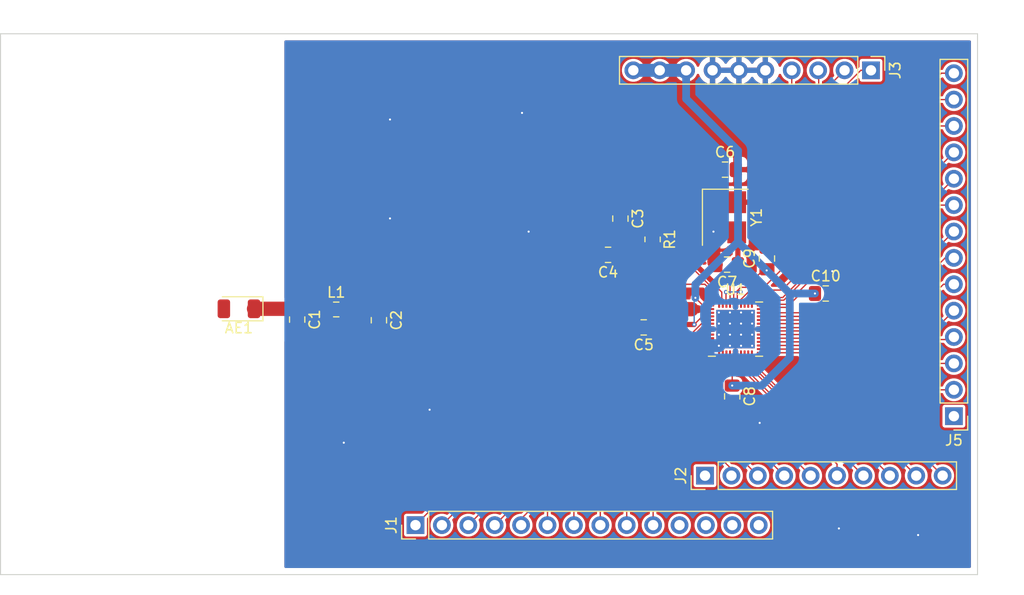
<source format=kicad_pcb>
(kicad_pcb (version 20211014) (generator pcbnew)
  (layers (0 "F.Cu" signal) (31 "B.Cu" signal) (34 "B.Paste" user) (35 "F.Paste" user) (36 "B.SilkS" user "B.Silkscreen") (37 "F.SilkS" user "F.Silkscreen") (38 "B.Mask" user) (39 "F.Mask" user) (44 "Edge.Cuts" user))
  (net 0 "")
  (net 2 "Net-(AE1-Pad1)")
  (net 3 "GND")
  (net 4 "+3V3")
  (net 5 "Net-(C7-Pad1)")
  (net 6 "Net-(C2-Pad1)")
  (net 7 "Net-(C3-Pad2)")
  (net 8 "Net-(C3-Pad1)")
  (net 9 "Net-(C6-Pad1)")
  (net 14 "Net-(J1-Pad10)")
  (net 15 "Net-(J1-Pad9)")
  (net 16 "Net-(J1-Pad8)")
  (net 17 "Net-(J1-Pad7)")
  (net 18 "Net-(J1-Pad6)")
  (net 19 "Net-(J1-Pad5)")
  (net 20 "Net-(J1-Pad4)")
  (net 21 "Net-(J1-Pad3)")
  (net 22 "Net-(J1-Pad2)")
  (net 23 "Net-(J1-Pad1)")
  (net 25 "Net-(U1-Pad23)")
  (net 26 "Net-(J2-Pad8)")
  (net 27 "Net-(J2-Pad7)")
  (net 28 "Net-(J2-Pad6)")
  (net 29 "Net-(J2-Pad5)")
  (net 30 "Net-(J2-Pad4)")
  (net 31 "Net-(J2-Pad3)")
  (net 32 "Net-(J2-Pad2)")
  (net 33 "Net-(U1-Pad24)")
  (net 34 "Net-(J3-Pad4)")
  (net 35 "Net-(J3-Pad3)")
  (net 36 "Net-(J3-Pad2)")
  (net 37 "Net-(J3-Pad1)")
  (net 38 "Net-(J5-Pad14)")
  (net 39 "Net-(J5-Pad13)")
  (net 40 "Net-(J5-Pad12)")
  (net 41 "Net-(J5-Pad11)")
  (net 42 "Net-(J5-Pad10)")
  (net 43 "Net-(J5-Pad9)")
  (net 44 "Net-(J5-Pad8)")
  (net 45 "Net-(J5-Pad7)")
  (net 46 "Net-(J5-Pad6)")
  (net 47 "Net-(J5-Pad5)")
  (net 48 "Net-(J5-Pad4)")
  (net 49 "Net-(J5-Pad3)")
  (net 50 "Net-(J5-Pad2)")
  (footprint "RF_Antenna:Johanson_2450AT18x100" (layer "F.Cu") (at 123.264 91.2495 180)
    (fp_text reference "AE1" (at 0 -1.85) (layer "F.SilkS"))
    (fp_text value "Antenna_Chip")
    (pad "1" smd roundrect locked (at -1.45 0 180) (size 1.2 1.8) (layers "F.Cu" "F.Paste" "F.Mask") (roundrect_rratio 0.2083325) (net 2 "Net-(AE1-Pad1)"))
    (pad "2" smd roundrect locked (at 1.45 0 180) (size 1.2 1.8) (layers "F.Cu" "F.Paste" "F.Mask") (roundrect_rratio 0.2083325))
  )
  (footprint "Capacitor_SMD:C_0805_2012Metric_Pad1.18x1.45mm_HandSolder" (layer "F.Cu") (at 128.8669 92.287 -90)
    (fp_text reference "C1" (at 0 -1.68 90) (layer "F.SilkS"))
    (fp_text value "3.797pF")
    (pad "1" smd roundrect locked (at -1.0375 0 270) (size 1.175 1.45) (layers "F.Cu" "F.Paste" "F.Mask") (roundrect_rratio 0.2127659574) (net 2 "Net-(AE1-Pad1)"))
    (pad "2" smd roundrect locked (at 1.0375 0 270) (size 1.175 1.45) (layers "F.Cu" "F.Paste" "F.Mask") (roundrect_rratio 0.2127659574) (net 3 "GND"))
  )
  (footprint "Capacitor_SMD:C_0805_2012Metric_Pad1.18x1.45mm_HandSolder" (layer "F.Cu") (at 136.7282 92.3505 -90)
    (fp_text reference "C2" (at 0 -1.68 90) (layer "F.SilkS"))
    (fp_text value "4.64pF")
    (pad "1" smd roundrect locked (at -1.0375 0 270) (size 1.175 1.45) (layers "F.Cu" "F.Paste" "F.Mask") (roundrect_rratio 0.2127659574) (net 6 "Net-(C2-Pad1)"))
    (pad "2" smd roundrect locked (at 1.0375 0 270) (size 1.175 1.45) (layers "F.Cu" "F.Paste" "F.Mask") (roundrect_rratio 0.2127659574) (net 3 "GND"))
  )
  (footprint "Capacitor_SMD:C_0805_2012Metric_Pad1.18x1.45mm_HandSolder" (layer "F.Cu") (at 159.9565 82.5666 -90)
    (fp_text reference "C3" (at 0 -1.68 90) (layer "F.SilkS"))
    (fp_text value "3.3nF")
    (pad "1" smd roundrect locked (at -1.0375 0 270) (size 1.175 1.45) (layers "F.Cu" "F.Paste" "F.Mask") (roundrect_rratio 0.2127659574) (net 8 "Net-(C3-Pad1)"))
    (pad "2" smd roundrect locked (at 1.0375 0 270) (size 1.175 1.45) (layers "F.Cu" "F.Paste" "F.Mask") (roundrect_rratio 0.2127659574) (net 7 "Net-(C3-Pad2)"))
  )
  (footprint "Capacitor_SMD:C_0805_2012Metric_Pad1.18x1.45mm_HandSolder" (layer "F.Cu") (at 158.7715 86.0552 180)
    (fp_text reference "C4" (at 0 -1.68) (layer "F.SilkS"))
    (fp_text value "10nF")
    (pad "1" smd roundrect locked (at -1.0375 0 180) (size 1.175 1.45) (layers "F.Cu" "F.Paste" "F.Mask") (roundrect_rratio 0.2127659574) (net 7 "Net-(C3-Pad2)"))
    (pad "2" smd roundrect locked (at 1.0375 0 180) (size 1.175 1.45) (layers "F.Cu" "F.Paste" "F.Mask") (roundrect_rratio 0.2127659574) (net 3 "GND"))
  )
  (footprint "Capacitor_SMD:C_0805_2012Metric_Pad1.18x1.45mm_HandSolder" (layer "F.Cu") (at 162.2005 93.0402 180)
    (fp_text reference "C5" (at 0 -1.68) (layer "F.SilkS"))
    (fp_text value "100nF")
    (pad "1" smd roundrect locked (at -1.0375 0 180) (size 1.175 1.45) (layers "F.Cu" "F.Paste" "F.Mask") (roundrect_rratio 0.2127659574) (net 4 "+3V3"))
    (pad "2" smd roundrect locked (at 1.0375 0 180) (size 1.175 1.45) (layers "F.Cu" "F.Paste" "F.Mask") (roundrect_rratio 0.2127659574) (net 3 "GND"))
  )
  (footprint "Capacitor_SMD:C_0805_2012Metric_Pad1.18x1.45mm_HandSolder" (layer "F.Cu") (at 170.0237 77.851)
    (fp_text reference "C6" (at 0 -1.68) (layer "F.SilkS"))
    (fp_text value "10pF")
    (pad "1" smd roundrect locked (at -1.0375 0) (size 1.175 1.45) (layers "F.Cu" "F.Paste" "F.Mask") (roundrect_rratio 0.2127659574) (net 9 "Net-(C6-Pad1)"))
    (pad "2" smd roundrect locked (at 1.0375 0) (size 1.175 1.45) (layers "F.Cu" "F.Paste" "F.Mask") (roundrect_rratio 0.2127659574) (net 3 "GND"))
  )
  (footprint "Capacitor_SMD:C_0805_2012Metric_Pad1.18x1.45mm_HandSolder" (layer "F.Cu") (at 170.222 86.995 180)
    (fp_text reference "C7" (at 0 -1.68) (layer "F.SilkS"))
    (fp_text value "10pF")
    (pad "1" smd roundrect locked (at -1.0375 0 180) (size 1.175 1.45) (layers "F.Cu" "F.Paste" "F.Mask") (roundrect_rratio 0.2127659574) (net 5 "Net-(C7-Pad1)"))
    (pad "2" smd roundrect locked (at 1.0375 0 180) (size 1.175 1.45) (layers "F.Cu" "F.Paste" "F.Mask") (roundrect_rratio 0.2127659574) (net 3 "GND"))
  )
  (footprint "Capacitor_SMD:C_0805_2012Metric_Pad1.18x1.45mm_HandSolder" (layer "F.Cu") (at 170.7134 99.6784 -90)
    (fp_text reference "C8" (at 0 -1.68 90) (layer "F.SilkS"))
    (fp_text value "100nF")
    (pad "1" smd roundrect locked (at -1.0375 0 270) (size 1.175 1.45) (layers "F.Cu" "F.Paste" "F.Mask") (roundrect_rratio 0.2127659574) (net 4 "+3V3"))
    (pad "2" smd roundrect locked (at 1.0375 0 270) (size 1.175 1.45) (layers "F.Cu" "F.Paste" "F.Mask") (roundrect_rratio 0.2127659574) (net 3 "GND"))
  )
  (footprint "Capacitor_SMD:C_0805_2012Metric_Pad1.18x1.45mm_HandSolder" (layer "F.Cu") (at 174.0535 86.4069 90)
    (fp_text reference "C9" (at 0 -1.68 90) (layer "F.SilkS"))
    (fp_text value "100nF")
    (pad "1" smd roundrect locked (at -1.0375 0 90) (size 1.175 1.45) (layers "F.Cu" "F.Paste" "F.Mask") (roundrect_rratio 0.2127659574) (net 4 "+3V3"))
    (pad "2" smd roundrect locked (at 1.0375 0 90) (size 1.175 1.45) (layers "F.Cu" "F.Paste" "F.Mask") (roundrect_rratio 0.2127659574) (net 3 "GND"))
  )
  (footprint "Capacitor_SMD:C_0805_2012Metric_Pad1.18x1.45mm_HandSolder" (layer "F.Cu") (at 179.7089 89.7763)
    (fp_text reference "C10" (at 0 -1.68) (layer "F.SilkS"))
    (fp_text value "100nF")
    (pad "1" smd roundrect locked (at -1.0375 0) (size 1.175 1.45) (layers "F.Cu" "F.Paste" "F.Mask") (roundrect_rratio 0.2127659574) (net 4 "+3V3"))
    (pad "2" smd roundrect locked (at 1.0375 0) (size 1.175 1.45) (layers "F.Cu" "F.Paste" "F.Mask") (roundrect_rratio 0.2127659574) (net 3 "GND"))
  )
  (footprint "Inductor_SMD:L_0805_2012Metric_Pad1.15x1.40mm_HandSolder" (layer "F.Cu") (at 132.6224 91.313)
    (fp_text reference "L1" (at 0 -1.65) (layer "F.SilkS"))
    (fp_text value "1.807nH")
    (pad "1" smd roundrect locked (at -1.025 0) (size 1.15 1.4) (layers "F.Cu" "F.Paste" "F.Mask") (roundrect_rratio 0.2173904348) (net 2 "Net-(AE1-Pad1)"))
    (pad "2" smd roundrect locked (at 1.025 0) (size 1.15 1.4) (layers "F.Cu" "F.Paste" "F.Mask") (roundrect_rratio 0.2173904348) (net 6 "Net-(C2-Pad1)"))
  )
  (footprint "Resistor_SMD:R_0805_2012Metric_Pad1.20x1.40mm_HandSolder" (layer "F.Cu") (at 163.0553 84.566 -90)
    (fp_text reference "R1" (at 0 -1.65 90) (layer "F.SilkS"))
    (fp_text value "20k")
    (pad "1" smd roundrect locked (at -1 0 270) (size 1.2 1.4) (layers "F.Cu" "F.Paste" "F.Mask") (roundrect_rratio 0.2083325) (net 8 "Net-(C3-Pad1)"))
    (pad "2" smd roundrect locked (at 1 0 270) (size 1.2 1.4) (layers "F.Cu" "F.Paste" "F.Mask") (roundrect_rratio 0.2083325) (net 7 "Net-(C3-Pad2)"))
  )
  (footprint "Package_DFN_QFN:QFN-48-1EP_5x5mm_P0.35mm_EP3.7x3.7mm_ThermalVias" (layer "F.Cu") (at 171.0309 93.2053)
    (fp_text reference "U1" (at 0 -3.8) (layer "F.SilkS"))
    (fp_text value "ESP32-D-WD-V3")
    (pad "1" smd roundrect locked (at -2.45 -2.275) (size 0.8 0.2) (layers "F.Cu" "F.Paste" "F.Mask") (net 4 "+3V3"))
    (pad "2" smd roundrect locked (at -2.45 -1.925) (size 0.8 0.2) (layers "F.Cu" "F.Paste" "F.Mask") (net 6 "Net-(C2-Pad1)"))
    (pad "3" smd roundrect locked (at -2.45 -1.575) (size 0.8 0.2) (layers "F.Cu" "F.Paste" "F.Mask") (net 4 "+3V3"))
    (pad "4" smd roundrect locked (at -2.45 -1.225) (size 0.8 0.2) (layers "F.Cu" "F.Paste" "F.Mask") (net 4 "+3V3"))
    (pad "5" smd roundrect locked (at -2.45 -0.875) (size 0.8 0.2) (layers "F.Cu" "F.Paste" "F.Mask") (net 23 "Net-(J1-Pad1)"))
    (pad "6" smd roundrect locked (at -2.45 -0.525) (size 0.8 0.2) (layers "F.Cu" "F.Paste" "F.Mask") (net 22 "Net-(J1-Pad2)"))
    (pad "7" smd roundrect locked (at -2.45 -0.175) (size 0.8 0.2) (layers "F.Cu" "F.Paste" "F.Mask") (net 21 "Net-(J1-Pad3)"))
    (pad "8" smd roundrect locked (at -2.45 0.175) (size 0.8 0.2) (layers "F.Cu" "F.Paste" "F.Mask") (net 20 "Net-(J1-Pad4)"))
    (pad "9" smd roundrect locked (at -2.45 0.525) (size 0.8 0.2) (layers "F.Cu" "F.Paste" "F.Mask") (net 19 "Net-(J1-Pad5)"))
    (pad "10" smd roundrect locked (at -2.45 0.875) (size 0.8 0.2) (layers "F.Cu" "F.Paste" "F.Mask") (net 18 "Net-(J1-Pad6)"))
    (pad "11" smd roundrect locked (at -2.45 1.225) (size 0.8 0.2) (layers "F.Cu" "F.Paste" "F.Mask") (net 17 "Net-(J1-Pad7)"))
    (pad "12" smd roundrect locked (at -2.45 1.575) (size 0.8 0.2) (layers "F.Cu" "F.Paste" "F.Mask") (net 16 "Net-(J1-Pad8)"))
    (pad "13" smd roundrect locked (at -2.45 1.925) (size 0.8 0.2) (layers "F.Cu" "F.Paste" "F.Mask") (net 15 "Net-(J1-Pad9)"))
    (pad "14" smd roundrect locked (at -2.45 2.275) (size 0.8 0.2) (layers "F.Cu" "F.Paste" "F.Mask") (net 14 "Net-(J1-Pad10)"))
    (pad "15" smd roundrect locked (at -1.575 2.45) (size 0.2 0.8) (layers "F.Cu" "F.Paste" "F.Mask") (net 32 "Net-(J2-Pad2)"))
    (pad "16" smd roundrect locked (at -1.225 2.45) (size 0.2 0.8) (layers "F.Cu" "F.Paste" "F.Mask") (net 31 "Net-(J2-Pad3)"))
    (pad "17" smd roundrect locked (at -0.875 2.45) (size 0.2 0.8) (layers "F.Cu" "F.Paste" "F.Mask") (net 30 "Net-(J2-Pad4)"))
    (pad "18" smd roundrect locked (at -0.525 2.45) (size 0.2 0.8) (layers "F.Cu" "F.Paste" "F.Mask") (net 29 "Net-(J2-Pad5)"))
    (pad "19" smd roundrect locked (at -0.175 2.45) (size 0.2 0.8) (layers "F.Cu" "F.Paste" "F.Mask") (net 4 "+3V3"))
    (pad "20" smd roundrect locked (at 0.175 2.45) (size 0.2 0.8) (layers "F.Cu" "F.Paste" "F.Mask") (net 28 "Net-(J2-Pad6)"))
    (pad "21" smd roundrect locked (at 0.525 2.45) (size 0.2 0.8) (layers "F.Cu" "F.Paste" "F.Mask") (net 27 "Net-(J2-Pad7)"))
    (pad "22" smd roundrect locked (at 0.875 2.45) (size 0.2 0.8) (layers "F.Cu" "F.Paste" "F.Mask") (net 26 "Net-(J2-Pad8)"))
    (pad "23" smd roundrect locked (at 1.225 2.45) (size 0.2 0.8) (layers "F.Cu" "F.Paste" "F.Mask") (net 25 "Net-(U1-Pad23)"))
    (pad "24" smd roundrect locked (at 1.575 2.45) (size 0.2 0.8) (layers "F.Cu" "F.Paste" "F.Mask") (net 33 "Net-(U1-Pad24)"))
    (pad "25" smd roundrect locked (at 2.45 2.275) (size 0.8 0.2) (layers "F.Cu" "F.Paste" "F.Mask") (net 50 "Net-(J5-Pad2)"))
    (pad "26" smd roundrect locked (at 2.45 1.925) (size 0.8 0.2) (layers "F.Cu" "F.Paste" "F.Mask") (net 49 "Net-(J5-Pad3)"))
    (pad "27" smd roundrect locked (at 2.45 1.575) (size 0.8 0.2) (layers "F.Cu" "F.Paste" "F.Mask") (net 48 "Net-(J5-Pad4)"))
    (pad "28" smd roundrect locked (at 2.45 1.225) (size 0.8 0.2) (layers "F.Cu" "F.Paste" "F.Mask") (net 47 "Net-(J5-Pad5)"))
    (pad "29" smd roundrect locked (at 2.45 0.875) (size 0.8 0.2) (layers "F.Cu" "F.Paste" "F.Mask") (net 46 "Net-(J5-Pad6)"))
    (pad "30" smd roundrect locked (at 2.45 0.525) (size 0.8 0.2) (layers "F.Cu" "F.Paste" "F.Mask") (net 45 "Net-(J5-Pad7)"))
    (pad "31" smd roundrect locked (at 2.45 0.175) (size 0.8 0.2) (layers "F.Cu" "F.Paste" "F.Mask") (net 44 "Net-(J5-Pad8)"))
    (pad "32" smd roundrect locked (at 2.45 -0.175) (size 0.8 0.2) (layers "F.Cu" "F.Paste" "F.Mask") (net 43 "Net-(J5-Pad9)"))
    (pad "33" smd roundrect locked (at 2.45 -0.525) (size 0.8 0.2) (layers "F.Cu" "F.Paste" "F.Mask") (net 42 "Net-(J5-Pad10)"))
    (pad "34" smd roundrect locked (at 2.45 -0.875) (size 0.8 0.2) (layers "F.Cu" "F.Paste" "F.Mask") (net 41 "Net-(J5-Pad11)"))
    (pad "35" smd roundrect locked (at 2.45 -1.225) (size 0.8 0.2) (layers "F.Cu" "F.Paste" "F.Mask") (net 40 "Net-(J5-Pad12)"))
    (pad "36" smd roundrect locked (at 2.45 -1.575) (size 0.8 0.2) (layers "F.Cu" "F.Paste" "F.Mask") (net 39 "Net-(J5-Pad13)"))
    (pad "37" smd roundrect locked (at 2.45 -1.925) (size 0.8 0.2) (layers "F.Cu" "F.Paste" "F.Mask") (net 4 "+3V3"))
    (pad "38" smd roundrect locked (at 2.45 -2.275) (size 0.8 0.2) (layers "F.Cu" "F.Paste" "F.Mask") (net 38 "Net-(J5-Pad14)"))
    (pad "39" smd roundrect locked (at 1.575 -2.45) (size 0.2 0.8) (layers "F.Cu" "F.Paste" "F.Mask") (net 37 "Net-(J3-Pad1)"))
    (pad "40" smd roundrect locked (at 1.225 -2.45) (size 0.2 0.8) (layers "F.Cu" "F.Paste" "F.Mask") (net 36 "Net-(J3-Pad2)"))
    (pad "41" smd roundrect locked (at 0.875 -2.45) (size 0.2 0.8) (layers "F.Cu" "F.Paste" "F.Mask") (net 35 "Net-(J3-Pad3)"))
    (pad "42" smd roundrect locked (at 0.525 -2.45) (size 0.2 0.8) (layers "F.Cu" "F.Paste" "F.Mask") (net 34 "Net-(J3-Pad4)"))
    (pad "43" smd roundrect locked (at 0.175 -2.45) (size 0.2 0.8) (layers "F.Cu" "F.Paste" "F.Mask") (net 4 "+3V3"))
    (pad "44" smd roundrect locked (at -0.175 -2.45) (size 0.2 0.8) (layers "F.Cu" "F.Paste" "F.Mask") (net 5 "Net-(C7-Pad1)"))
    (pad "45" smd roundrect locked (at -0.525 -2.45) (size 0.2 0.8) (layers "F.Cu" "F.Paste" "F.Mask") (net 9 "Net-(C6-Pad1)"))
    (pad "46" smd roundrect locked (at -0.875 -2.45) (size 0.2 0.8) (layers "F.Cu" "F.Paste" "F.Mask") (net 4 "+3V3"))
    (pad "47" smd roundrect locked (at -1.225 -2.45) (size 0.2 0.8) (layers "F.Cu" "F.Paste" "F.Mask") (net 8 "Net-(C3-Pad1)"))
    (pad "48" smd roundrect locked (at -1.575 -2.45) (size 0.2 0.8) (layers "F.Cu" "F.Paste" "F.Mask") (net 7 "Net-(C3-Pad2)"))
    (pad "49" thru_hole circle locked (at -1.6 0.533333) (size 0.5 0.5) (drill 0.2) (layers *.Cu) (net 3 "GND"))
    (pad "49" thru_hole circle locked (at -0.533333 0.533333) (size 0.5 0.5) (drill 0.2) (layers *.Cu) (net 3 "GND"))
    (pad "49" thru_hole circle locked (at -1.6 -0.533333) (size 0.5 0.5) (drill 0.2) (layers *.Cu) (net 3 "GND"))
    (pad "49" smd rect locked (at 0 0) (size 3.7 3.7) (layers "F.Cu" "F.Mask") (net 3 "GND"))
    (pad "49" thru_hole circle locked (at -0.533333 -0.533333) (size 0.5 0.5) (drill 0.2) (layers *.Cu) (net 3 "GND"))
    (pad "49" thru_hole circle locked (at -0.533333 -1.6) (size 0.5 0.5) (drill 0.2) (layers *.Cu) (net 3 "GND"))
    (pad "49" thru_hole circle locked (at -1.6 1.6) (size 0.5 0.5) (drill 0.2) (layers *.Cu) (net 3 "GND"))
    (pad "49" thru_hole circle locked (at 1.6 1.6) (size 0.5 0.5) (drill 0.2) (layers *.Cu) (net 3 "GND"))
    (pad "49" thru_hole circle locked (at 0.533333 -0.533333) (size 0.5 0.5) (drill 0.2) (layers *.Cu) (net 3 "GND"))
    (pad "49" thru_hole circle locked (at 1.6 0.533333) (size 0.5 0.5) (drill 0.2) (layers *.Cu) (net 3 "GND"))
    (pad "49" thru_hole circle locked (at 0.533333 0.533333) (size 0.5 0.5) (drill 0.2) (layers *.Cu) (net 3 "GND"))
    (pad "49" thru_hole circle locked (at 0.533333 -1.6) (size 0.5 0.5) (drill 0.2) (layers *.Cu) (net 3 "GND"))
    (pad "49" thru_hole circle locked (at -1.6 -1.6) (size 0.5 0.5) (drill 0.2) (layers *.Cu) (net 3 "GND"))
    (pad "49" thru_hole circle locked (at 1.6 -0.533333) (size 0.5 0.5) (drill 0.2) (layers *.Cu) (net 3 "GND"))
    (pad "49" thru_hole circle locked (at -0.533333 1.6) (size 0.5 0.5) (drill 0.2) (layers *.Cu) (net 3 "GND"))
    (pad "49" smd rect locked (at 0 0) (size 3.7 3.7) (layers "B.Cu") (net 3 "GND"))
    (pad "49" thru_hole circle locked (at 1.6 -1.6) (size 0.5 0.5) (drill 0.2) (layers *.Cu) (net 3 "GND"))
    (pad "49" thru_hole circle locked (at 0.533333 1.6) (size 0.5 0.5) (drill 0.2) (layers *.Cu) (net 3 "GND"))
  )
  (footprint "Crystal:Crystal_SMD_SeikoEpson_FA238-4Pin_3.2x2.5mm_HandSoldering" (layer "F.Cu") (at 170.0481 82.4379 -90)
    (fp_text reference "Y1" (at 0 -3 90) (layer "F.SilkS"))
    (fp_text value "Crystal_GND24")
    (pad "1" smd rect locked (at -1.45 1.1 270) (size 2.1 1.8) (layers "F.Cu" "F.Paste" "F.Mask") (net 9 "Net-(C6-Pad1)"))
    (pad "2" smd rect locked (at 1.45 1.1 270) (size 2.1 1.8) (layers "F.Cu" "F.Paste" "F.Mask") (net 3 "GND"))
    (pad "3" smd rect locked (at 1.45 -1.1 270) (size 2.1 1.8) (layers "F.Cu" "F.Paste" "F.Mask") (net 5 "Net-(C7-Pad1)"))
    (pad "4" smd rect locked (at -1.45 -1.1 270) (size 2.1 1.8) (layers "F.Cu" "F.Paste" "F.Mask") (net 3 "GND"))
  )
  (footprint "Connector_PinHeader_2.54mm:PinHeader_1x14_P2.54mm_Vertical" (layer "F.Cu") (at 140.2461 112.0775 90)
    (fp_text reference "J1" (at 0 -2.33 90) (layer "F.SilkS"))
    (fp_text value "Conn_01x14_Male")
    (pad "1" thru_hole rect locked (at 0 0 90) (size 1.7 1.7) (drill 1) (layers *.Cu *.Mask) (net 23 "Net-(J1-Pad1)"))
    (pad "2" thru_hole oval locked (at 0 2.54 90) (size 1.7 1.7) (drill 1) (layers *.Cu *.Mask) (net 22 "Net-(J1-Pad2)"))
    (pad "3" thru_hole oval locked (at 0 5.08 90) (size 1.7 1.7) (drill 1) (layers *.Cu *.Mask) (net 21 "Net-(J1-Pad3)"))
    (pad "4" thru_hole oval locked (at 0 7.62 90) (size 1.7 1.7) (drill 1) (layers *.Cu *.Mask) (net 20 "Net-(J1-Pad4)"))
    (pad "5" thru_hole oval locked (at 0 10.16 90) (size 1.7 1.7) (drill 1) (layers *.Cu *.Mask) (net 19 "Net-(J1-Pad5)"))
    (pad "6" thru_hole oval locked (at 0 12.7 90) (size 1.7 1.7) (drill 1) (layers *.Cu *.Mask) (net 18 "Net-(J1-Pad6)"))
    (pad "7" thru_hole oval locked (at 0 15.24 90) (size 1.7 1.7) (drill 1) (layers *.Cu *.Mask) (net 17 "Net-(J1-Pad7)"))
    (pad "8" thru_hole oval locked (at 0 17.78 90) (size 1.7 1.7) (drill 1) (layers *.Cu *.Mask) (net 16 "Net-(J1-Pad8)"))
    (pad "9" thru_hole oval locked (at 0 20.32 90) (size 1.7 1.7) (drill 1) (layers *.Cu *.Mask) (net 15 "Net-(J1-Pad9)"))
    (pad "10" thru_hole oval locked (at 0 22.86 90) (size 1.7 1.7) (drill 1) (layers *.Cu *.Mask) (net 14 "Net-(J1-Pad10)"))
    (pad "11" thru_hole oval locked (at 0 25.4 90) (size 1.7 1.7) (drill 1) (layers *.Cu *.Mask))
    (pad "12" thru_hole oval locked (at 0 27.94 90) (size 1.7 1.7) (drill 1) (layers *.Cu *.Mask))
    (pad "13" thru_hole oval locked (at 0 30.48 90) (size 1.7 1.7) (drill 1) (layers *.Cu *.Mask))
    (pad "14" thru_hole oval locked (at 0 33.02 90) (size 1.7 1.7) (drill 1) (layers *.Cu *.Mask))
  )
  (footprint "Connector_PinHeader_2.54mm:PinHeader_1x10_P2.54mm_Vertical" (layer "F.Cu") (at 168.0972 107.315 90)
    (fp_text reference "J2" (at 0 -2.33 90) (layer "F.SilkS"))
    (fp_text value "Conn_01x10_Male")
    (pad "1" thru_hole rect locked (at 0 0 90) (size 1.7 1.7) (drill 1) (layers *.Cu *.Mask))
    (pad "2" thru_hole oval locked (at 0 2.54 90) (size 1.7 1.7) (drill 1) (layers *.Cu *.Mask) (net 32 "Net-(J2-Pad2)"))
    (pad "3" thru_hole oval locked (at 0 5.08 90) (size 1.7 1.7) (drill 1) (layers *.Cu *.Mask) (net 31 "Net-(J2-Pad3)"))
    (pad "4" thru_hole oval locked (at 0 7.62 90) (size 1.7 1.7) (drill 1) (layers *.Cu *.Mask) (net 30 "Net-(J2-Pad4)"))
    (pad "5" thru_hole oval locked (at 0 10.16 90) (size 1.7 1.7) (drill 1) (layers *.Cu *.Mask) (net 29 "Net-(J2-Pad5)"))
    (pad "6" thru_hole oval locked (at 0 12.7 90) (size 1.7 1.7) (drill 1) (layers *.Cu *.Mask) (net 28 "Net-(J2-Pad6)"))
    (pad "7" thru_hole oval locked (at 0 15.24 90) (size 1.7 1.7) (drill 1) (layers *.Cu *.Mask) (net 27 "Net-(J2-Pad7)"))
    (pad "8" thru_hole oval locked (at 0 17.78 90) (size 1.7 1.7) (drill 1) (layers *.Cu *.Mask) (net 26 "Net-(J2-Pad8)"))
    (pad "9" thru_hole oval locked (at 0 20.32 90) (size 1.7 1.7) (drill 1) (layers *.Cu *.Mask) (net 25 "Net-(U1-Pad23)"))
    (pad "10" thru_hole oval locked (at 0 22.86 90) (size 1.7 1.7) (drill 1) (layers *.Cu *.Mask) (net 33 "Net-(U1-Pad24)"))
  )
  (footprint "Connector_PinHeader_2.54mm:PinHeader_1x10_P2.54mm_Vertical" (layer "F.Cu") (at 184.0611 68.2879 -90)
    (fp_text reference "J3" (at 0 -2.33 90) (layer "F.SilkS"))
    (fp_text value "Conn_01x10_Male")
    (pad "1" thru_hole rect locked (at 0 0 270) (size 1.7 1.7) (drill 1) (layers *.Cu *.Mask) (net 37 "Net-(J3-Pad1)"))
    (pad "2" thru_hole oval locked (at 0 2.54 270) (size 1.7 1.7) (drill 1) (layers *.Cu *.Mask) (net 36 "Net-(J3-Pad2)"))
    (pad "3" thru_hole oval locked (at 0 5.08 270) (size 1.7 1.7) (drill 1) (layers *.Cu *.Mask) (net 35 "Net-(J3-Pad3)"))
    (pad "4" thru_hole oval locked (at 0 7.62 270) (size 1.7 1.7) (drill 1) (layers *.Cu *.Mask) (net 34 "Net-(J3-Pad4)"))
    (pad "5" thru_hole oval locked (at 0 10.16 270) (size 1.7 1.7) (drill 1) (layers *.Cu *.Mask) (net 3 "GND"))
    (pad "6" thru_hole oval locked (at 0 12.7 270) (size 1.7 1.7) (drill 1) (layers *.Cu *.Mask) (net 3 "GND"))
    (pad "7" thru_hole oval locked (at 0 15.24 270) (size 1.7 1.7) (drill 1) (layers *.Cu *.Mask) (net 3 "GND"))
    (pad "8" thru_hole oval locked (at 0 17.78 270) (size 1.7 1.7) (drill 1) (layers *.Cu *.Mask) (net 4 "+3V3"))
    (pad "9" thru_hole oval locked (at 0 20.32 270) (size 1.7 1.7) (drill 1) (layers *.Cu *.Mask) (net 4 "+3V3"))
    (pad "10" thru_hole oval locked (at 0 22.86 270) (size 1.7 1.7) (drill 1) (layers *.Cu *.Mask) (net 4 "+3V3"))
  )
  (footprint "Connector_PinHeader_2.54mm:PinHeader_1x14_P2.54mm_Vertical" (layer "F.Cu") (at 192.0367 101.5873 180)
    (fp_text reference "J5" (at 0 -2.33) (layer "F.SilkS"))
    (fp_text value "Conn_01x14_Male")
    (pad "1" thru_hole rect locked (at 0 0 180) (size 1.7 1.7) (drill 1) (layers *.Cu *.Mask))
    (pad "2" thru_hole oval locked (at 0 2.54 180) (size 1.7 1.7) (drill 1) (layers *.Cu *.Mask) (net 50 "Net-(J5-Pad2)"))
    (pad "3" thru_hole oval locked (at 0 5.08 180) (size 1.7 1.7) (drill 1) (layers *.Cu *.Mask) (net 49 "Net-(J5-Pad3)"))
    (pad "4" thru_hole oval locked (at 0 7.62 180) (size 1.7 1.7) (drill 1) (layers *.Cu *.Mask) (net 48 "Net-(J5-Pad4)"))
    (pad "5" thru_hole oval locked (at 0 10.16 180) (size 1.7 1.7) (drill 1) (layers *.Cu *.Mask) (net 47 "Net-(J5-Pad5)"))
    (pad "6" thru_hole oval locked (at 0 12.7 180) (size 1.7 1.7) (drill 1) (layers *.Cu *.Mask) (net 46 "Net-(J5-Pad6)"))
    (pad "7" thru_hole oval locked (at 0 15.24 180) (size 1.7 1.7) (drill 1) (layers *.Cu *.Mask) (net 45 "Net-(J5-Pad7)"))
    (pad "8" thru_hole oval locked (at 0 17.78 180) (size 1.7 1.7) (drill 1) (layers *.Cu *.Mask) (net 44 "Net-(J5-Pad8)"))
    (pad "9" thru_hole oval locked (at 0 20.32 180) (size 1.7 1.7) (drill 1) (layers *.Cu *.Mask) (net 43 "Net-(J5-Pad9)"))
    (pad "10" thru_hole oval locked (at 0 22.86 180) (size 1.7 1.7) (drill 1) (layers *.Cu *.Mask) (net 42 "Net-(J5-Pad10)"))
    (pad "11" thru_hole oval locked (at 0 25.4 180) (size 1.7 1.7) (drill 1) (layers *.Cu *.Mask) (net 41 "Net-(J5-Pad11)"))
    (pad "12" thru_hole oval locked (at 0 27.94 180) (size 1.7 1.7) (drill 1) (layers *.Cu *.Mask) (net 40 "Net-(J5-Pad12)"))
    (pad "13" thru_hole oval locked (at 0 30.48 180) (size 1.7 1.7) (drill 1) (layers *.Cu *.Mask) (net 39 "Net-(J5-Pad13)"))
    (pad "14" thru_hole oval locked (at 0 33.02 180) (size 1.7 1.7) (drill 1) (layers *.Cu *.Mask) (net 38 "Net-(J5-Pad14)"))
  )
  (gr_line (start 194.31 116.84) (end 100.33 116.84) (layer "Edge.Cuts") (width 0.1))
  (gr_line (start 194.31 64.77) (end 194.31 116.84) (layer "Edge.Cuts") (width 0.1))
  (gr_line (start 100.33 64.77) (end 194.31 64.77) (layer "Edge.Cuts") (width 0.1))
  (gr_line (start 100.33 116.84) (end 100.33 64.77) (layer "Edge.Cuts") (width 0.1))
  (segment (start 128.9304 91.313) (end 128.8669 91.2495) (width 1.375) (layer "F.Cu") (net 2))
  (segment (start 131.5974 91.313) (end 128.9304 91.313) (width 1.375) (layer "F.Cu") (net 2))
  (segment (start 128.8669 91.2495) (end 124.714 91.2495) (width 1.375) (layer "F.Cu") (net 2))
  (segment (start 168.9481 83.8879) (end 168.9481 86.7586) (width 1.25) (layer "F.Cu") (net 3))
  (segment (start 168.9481 86.7586) (end 169.1845 86.995) (width 1.25) (layer "F.Cu") (net 3))
  (via (at 137.795 82.55) (size 0.4) (drill 0.2) (layers "F.Cu" "B.Cu") (net 3))
  (via (at 137.795 73.025) (size 0.4) (drill 0.2) (layers "F.Cu" "B.Cu") (net 3))
  (via (at 180.975 112.395) (size 0.4) (drill 0.2) (layers "F.Cu" "B.Cu") (net 3))
  (via (at 151.13 83.82) (size 0.4) (drill 0.2) (layers "F.Cu" "B.Cu") (net 3))
  (via (at 173.355 102.235) (size 0.4) (drill 0.2) (layers "F.Cu" "B.Cu") (net 3))
  (via (at 188.595 113.03) (size 0.4) (drill 0.2) (layers "F.Cu" "B.Cu") (net 3))
  (via (at 168.91 83.82) (size 0.4) (drill 0.2) (layers "F.Cu" "B.Cu") (net 3))
  (via (at 133.35 104.14) (size 0.4) (drill 0.2) (layers "F.Cu" "B.Cu") (net 3))
  (via (at 141.605 100.965) (size 0.4) (drill 0.2) (layers "F.Cu" "B.Cu") (net 3))
  (via (at 150.495 72.39) (size 0.4) (drill 0.2) (layers "F.Cu" "B.Cu") (net 3))
  (via (at 180.34 87.63) (size 0.4) (drill 0.2) (layers "F.Cu" "B.Cu") (net 3))
  (segment (start 169.4309 94.8053) (end 168.7705 94.8053) (width 1.25) (layer "B.Cu") (net 3))
  (segment (start 168.7705 94.8053) (end 166.116 97.4598) (width 1.25) (layer "B.Cu") (net 3))
  (segment (start 178.6714 89.7763) (end 177.292 89.7763) (width 0.127) (layer "F.Cu") (net 4))
  (segment (start 174.0281 87.5538) (end 173.6598 87.5538) (width 0.127) (layer "F.Cu") (net 4))
  (segment (start 170.7134 98.6409) (end 170.7134 96.4692) (width 0.127) (layer "F.Cu") (net 4))
  (segment (start 170.1154 90.7148) (end 170.1559 90.7553) (width 0.127) (layer "F.Cu") (net 4))
  (segment (start 173.6598 87.5538) (end 172.0342 89.1794) (width 0.127) (layer "F.Cu") (net 4))
  (segment (start 175.9585 91.1098) (end 174.041534 91.1098) (width 0.127) (layer "F.Cu") (net 4))
  (segment (start 178.6714 89.7763) (end 178.6714 89.7763) (width 0.127) (layer "F.Cu") (net 4))
  (segment (start 168.5809 91.6303) (end 168.5809 91.9803) (width 0.127) (layer "F.Cu") (net 4))
  (segment (start 172.0342 89.1794) (end 171.5389 89.1794) (width 0.127) (layer "F.Cu") (net 4))
  (segment (start 171.2059 89.5124) (end 171.402 89.5124) (width 0.127) (layer "F.Cu") (net 4))
  (segment (start 168.5809 91.9803) (end 167.8363 91.9803) (width 0.127) (layer "F.Cu") (net 4))
  (segment (start 170.7134 96.4692) (end 170.8559 96.3267) (width 0.127) (layer "F.Cu") (net 4))
  (segment (start 170.7134 98.6409) (end 170.7134 98.6409) (width 0.127) (layer "F.Cu") (net 4))
  (segment (start 170.1154 89.6366) (end 170.1154 90.7148) (width 0.127) (layer "F.Cu") (net 4))
  (segment (start 174.041534 91.1098) (end 173.871034 91.2803) (width 0.127) (layer "F.Cu") (net 4))
  (segment (start 177.292 89.7763) (end 175.9585 91.1098) (width 0.127) (layer "F.Cu") (net 4))
  (segment (start 171.402 89.5124) (end 171.5135 89.6239) (width 0.127) (layer "F.Cu") (net 4))
  (segment (start 171.5389 89.1794) (end 171.2059 89.5124) (width 0.127) (layer "F.Cu") (net 4))
  (segment (start 167.0558 92.7608) (end 163.5174 92.7608) (width 0.5) (layer "F.Cu") (net 4))
  (segment (start 168.5809 90.9303) (end 167.905 90.9303) (width 0.127) (layer "F.Cu") (net 4))
  (segment (start 174.0281 87.5538) (end 174.0281 87.5538) (width 0.127) (layer "F.Cu") (net 4))
  (segment (start 171.2059 89.5124) (end 171.2059 90.7553) (width 0.127) (layer "F.Cu") (net 4))
  (segment (start 167.905 90.9303) (end 167.1701 90.1954) (width 0.127) (layer "F.Cu") (net 4))
  (segment (start 163.5174 92.7608) (end 163.238 93.0402) (width 0.5) (layer "F.Cu") (net 4))
  (segment (start 170.8559 95.6553) (end 170.8559 96.3267) (width 0.127) (layer "F.Cu") (net 4))
  (segment (start 167.8363 91.9803) (end 167.0558 92.7608) (width 0.127) (layer "F.Cu") (net 4))
  (segment (start 173.871034 91.2803) (end 173.4809 91.2803) (width 0.127) (layer "F.Cu") (net 4))
  (via (at 178.6714 89.7763) (size 0.4) (drill 0.2) (layers "F.Cu" "B.Cu") (net 4))
  (via (at 170.1154 89.6366) (size 0.4) (drill 0.2) (layers "F.Cu" "B.Cu") (net 4))
  (via (at 174.0281 87.5538) (size 0.4) (drill 0.2) (layers "F.Cu" "B.Cu") (net 4))
  (via (at 171.5135 89.6239) (size 0.4) (drill 0.2) (layers "F.Cu" "B.Cu") (net 4))
  (via (at 170.7134 98.6409) (size 0.4) (drill 0.2) (layers "F.Cu" "B.Cu") (net 4))
  (via (at 167.1701 90.1954) (size 0.4) (drill 0.2) (layers "F.Cu" "B.Cu") (net 4))
  (via (at 167.0558 92.7608) (size 0.4) (drill 0.2) (layers "F.Cu" "B.Cu") (net 4))
  (segment (start 171.5135 89.6239) (end 170.2816 89.6239) (width 0.127) (layer "B.Cu") (net 4))
  (segment (start 170.2689 89.6366) (end 170.1154 89.6366) (width 0.127) (layer "B.Cu") (net 4))
  (segment (start 178.6714 89.7763) (end 176.2506 89.7763) (width 0.75) (layer "B.Cu") (net 4))
  (segment (start 167.1701 90.1954) (end 167.1701 88.9) (width 0.75) (layer "B.Cu") (net 4))
  (segment (start 176.2506 89.7763) (end 174.0281 87.5538) (width 0.75) (layer "B.Cu") (net 4))
  (segment (start 166.2811 68.2879) (end 166.2811 71.0311) (width 0.75) (layer "B.Cu") (net 4))
  (segment (start 167.0558 92.7608) (end 167.0558 90.3097) (width 0.127) (layer "B.Cu") (net 4))
  (segment (start 171.2722 76.0222) (end 171.2722 84.7979) (width 0.75) (layer "B.Cu") (net 4))
  (segment (start 173.5582 98.6409) (end 176.2506 95.9485) (width 0.75) (layer "B.Cu") (net 4))
  (segment (start 166.2811 68.2879) (end 161.2011 68.2879) (width 1.25) (layer "B.Cu") (net 4))
  (segment (start 171.2722 84.7979) (end 174.0281 87.5538) (width 0.75) (layer "B.Cu") (net 4))
  (segment (start 170.7134 98.6409) (end 173.5582 98.6409) (width 0.75) (layer "B.Cu") (net 4))
  (segment (start 167.1701 88.9) (end 171.2722 84.7979) (width 0.75) (layer "B.Cu") (net 4))
  (segment (start 176.2506 95.9485) (end 176.2506 89.7763) (width 0.75) (layer "B.Cu") (net 4))
  (segment (start 167.0558 90.3097) (end 167.1701 90.1954) (width 0.127) (layer "B.Cu") (net 4))
  (segment (start 166.2811 71.0311) (end 171.2722 76.0222) (width 0.75) (layer "B.Cu") (net 4))
  (segment (start 170.2816 89.6239) (end 170.2689 89.6366) (width 0.127) (layer "B.Cu") (net 4))
  (segment (start 171.2595 86.995) (end 171.2595 88.3285) (width 0.127) (layer "F.Cu") (net 5))
  (segment (start 171.2595 86.995) (end 171.2595 83.9993) (width 0.5) (layer "F.Cu") (net 5))
  (segment (start 170.8559 88.7321) (end 170.8559 90.7553) (width 0.127) (layer "F.Cu") (net 5))
  (segment (start 171.2595 88.3285) (end 170.8559 88.7321) (width 0.127) (layer "F.Cu") (net 5))
  (segment (start 171.2595 83.9993) (end 171.1481 83.8879) (width 0.5) (layer "F.Cu") (net 5))
  (segment (start 166.8145 91.2876) (end 136.7536 91.2876) (width 1.375) (layer "F.Cu") (net 6))
  (segment (start 167.4114 91.2876) (end 166.8145 91.2876) (width 0.75) (layer "F.Cu") (net 6))
  (segment (start 167.4187 91.2803) (end 167.4114 91.2876) (width 0.75) (layer "F.Cu") (net 6))
  (segment (start 133.6474 91.313) (end 136.7282 91.313) (width 1.375) (layer "F.Cu") (net 6))
  (segment (start 136.7536 91.2876) (end 136.7282 91.313) (width 1.375) (layer "F.Cu") (net 6))
  (segment (start 168.5809 91.2803) (end 167.4187 91.2803) (width 0.127) (layer "F.Cu") (net 6))
  (segment (start 168.0845 88.8873) (end 164.465 88.8873) (width 0.127) (layer "F.Cu") (net 7))
  (segment (start 163.0553 87.4776) (end 163.0553 85.566) (width 0.127) (layer "F.Cu") (net 7))
  (segment (start 159.809 83.7516) (end 159.9565 83.6041) (width 0.5) (layer "F.Cu") (net 7))
  (segment (start 159.809 86.0552) (end 159.809 83.7516) (width 0.5) (layer "F.Cu") (net 7))
  (segment (start 169.4559 90.2587) (end 168.0845 88.8873) (width 0.127) (layer "F.Cu") (net 7))
  (segment (start 169.4559 90.7553) (end 169.4559 90.2587) (width 0.127) (layer "F.Cu") (net 7))
  (segment (start 164.465 88.8873) (end 163.0553 87.4776) (width 0.127) (layer "F.Cu") (net 7))
  (segment (start 160.2982 85.566) (end 159.809 86.0552) (width 0.5) (layer "F.Cu") (net 7))
  (segment (start 163.0553 85.566) (end 160.2982 85.566) (width 0.5) (layer "F.Cu") (net 7))
  (segment (start 169.70991 90.23331) (end 169.70991 89.64911) (width 0.127) (layer "F.Cu") (net 8))
  (segment (start 169.8059 90.3293) (end 169.70991 90.23331) (width 0.127) (layer "F.Cu") (net 8))
  (segment (start 161.0184 81.5291) (end 163.0553 83.566) (width 0.5) (layer "F.Cu") (net 8))
  (segment (start 163.122424 83.566) (end 163.0553 83.566) (width 0.127) (layer "F.Cu") (net 8))
  (segment (start 169.70991 89.64911) (end 169.2021 89.1413) (width 0.127) (layer "F.Cu") (net 8))
  (segment (start 159.9565 81.5291) (end 161.0184 81.5291) (width 0.5) (layer "F.Cu") (net 8))
  (segment (start 169.8059 90.7553) (end 169.8059 90.3293) (width 0.127) (layer "F.Cu") (net 8))
  (segment (start 168.697724 89.1413) (end 163.122424 83.566) (width 0.127) (layer "F.Cu") (net 8))
  (segment (start 169.2021 89.1413) (end 168.697724 89.1413) (width 0.127) (layer "F.Cu") (net 8))
  (segment (start 170.053 88.6841) (end 170.3578 88.6841) (width 0.25) (layer "F.Cu") (net 9))
  (segment (start 167.5765 80.9879) (end 167.3225 81.2419) (width 0.5) (layer "F.Cu") (net 9))
  (segment (start 170.5059 90.7553) (end 170.5059 88.8322) (width 0.127) (layer "F.Cu") (net 9))
  (segment (start 168.8719 88.6841) (end 170.053 88.6841) (width 0.25) (layer "F.Cu") (net 9))
  (segment (start 167.3225 81.2419) (end 167.3225 87.1347) (width 0.5) (layer "F.Cu") (net 9))
  (segment (start 168.9862 80.9498) (end 168.9481 80.9879) (width 0.75) (layer "F.Cu") (net 9))
  (segment (start 168.9862 77.851) (end 168.9862 80.9498) (width 0.75) (layer "F.Cu") (net 9))
  (segment (start 168.9481 80.9879) (end 167.5765 80.9879) (width 0.5) (layer "F.Cu") (net 9))
  (segment (start 167.3225 87.1347) (end 168.8719 88.6841) (width 0.5) (layer "F.Cu") (net 9))
  (segment (start 170.5059 88.8322) (end 170.3578 88.6841) (width 0.127) (layer "F.Cu") (net 9))
  (segment (start 163.1061 100.9551) (end 163.1061 112.0775) (width 0.127) (layer "F.Cu") (net 14))
  (segment (start 168.5809 95.4803) (end 163.1061 100.9551) (width 0.127) (layer "F.Cu") (net 14))
  (segment (start 160.5661 102.753872) (end 168.189672 95.1303) (width 0.127) (layer "F.Cu") (net 15))
  (segment (start 160.5661 112.0775) (end 160.5661 102.753872) (width 0.127) (layer "F.Cu") (net 15))
  (segment (start 168.189672 95.1303) (end 168.5809 95.1303) (width 0.127) (layer "F.Cu") (net 15))
  (segment (start 168.5809 94.7803) (end 168.180447 94.7803) (width 0.127) (layer "F.Cu") (net 16))
  (segment (start 158.0261 104.934647) (end 158.0261 110.875419) (width 0.127) (layer "F.Cu") (net 16))
  (segment (start 158.0261 110.875419) (end 158.0261 112.0775) (width 0.127) (layer "F.Cu") (net 16))
  (segment (start 168.180447 94.7803) (end 158.0261 104.934647) (width 0.127) (layer "F.Cu") (net 16))
  (segment (start 168.171222 94.4303) (end 168.5809 94.4303) (width 0.127) (layer "F.Cu") (net 17))
  (segment (start 155.4861 107.115422) (end 168.171222 94.4303) (width 0.127) (layer "F.Cu") (net 17))
  (segment (start 155.4861 112.0775) (end 155.4861 107.115422) (width 0.127) (layer "F.Cu") (net 17))
  (segment (start 152.9461 109.296197) (end 152.9461 110.875419) (width 0.127) (layer "F.Cu") (net 18))
  (segment (start 168.161997 94.0803) (end 152.9461 109.296197) (width 0.127) (layer "F.Cu") (net 18))
  (segment (start 168.5809 94.0803) (end 168.161997 94.0803) (width 0.127) (layer "F.Cu") (net 18))
  (segment (start 152.9461 110.875419) (end 152.9461 112.0775) (width 0.127) (layer "F.Cu") (net 18))
  (segment (start 168.5809 93.7303) (end 168.147324 93.7303) (width 0.127) (layer "F.Cu") (net 19))
  (segment (start 150.4061 111.471524) (end 150.4061 112.0775) (width 0.127) (layer "F.Cu") (net 19))
  (segment (start 168.147324 93.7303) (end 150.4061 111.471524) (width 0.127) (layer "F.Cu") (net 19))
  (segment (start 168.1381 93.3803) (end 168.5809 93.3803) (width 0.127) (layer "F.Cu") (net 20))
  (segment (start 147.8661 112.0775) (end 160.8709 99.0727) (width 0.127) (layer "F.Cu") (net 20))
  (segment (start 162.4457 99.0727) (end 168.1381 93.3803) (width 0.127) (layer "F.Cu") (net 20))
  (segment (start 160.8709 99.0727) (end 162.4457 99.0727) (width 0.127) (layer "F.Cu") (net 20))
  (segment (start 168.5809 93.0303) (end 168.128876 93.0303) (width 0.127) (layer "F.Cu") (net 21))
  (segment (start 162.391276 98.7679) (end 158.6357 98.7679) (width 0.127) (layer "F.Cu") (net 21))
  (segment (start 168.128876 93.0303) (end 162.391276 98.7679) (width 0.127) (layer "F.Cu") (net 21))
  (segment (start 158.6357 98.7679) (end 145.3261 112.0775) (width 0.127) (layer "F.Cu") (net 21))
  (segment (start 157.226 97.6376) (end 163.162351 97.6376) (width 0.127) (layer "F.Cu") (net 22))
  (segment (start 163.162351 97.6376) (end 168.119651 92.6803) (width 0.127) (layer "F.Cu") (net 22))
  (segment (start 168.119651 92.6803) (end 168.5809 92.6803) (width 0.127) (layer "F.Cu") (net 22))
  (segment (start 142.7861 112.0775) (end 157.226 97.6376) (width 0.127) (layer "F.Cu") (net 22))
  (segment (start 164.238226 96.2025) (end 156.1211 96.2025) (width 0.127) (layer "F.Cu") (net 23))
  (segment (start 168.110426 92.3303) (end 164.238226 96.2025) (width 0.127) (layer "F.Cu") (net 23))
  (segment (start 168.5809 92.3303) (end 168.110426 92.3303) (width 0.127) (layer "F.Cu") (net 23))
  (segment (start 156.1211 96.2025) (end 140.2461 112.0775) (width 0.127) (layer "F.Cu") (net 23))
  (segment (start 186.029611 104.927411) (end 188.4172 107.315) (width 0.127) (layer "F.Cu") (net 25))
  (segment (start 180.813534 104.927411) (end 186.029611 104.927411) (width 0.127) (layer "F.Cu") (net 25))
  (segment (start 172.2559 96.369777) (end 180.813534 104.927411) (width 0.127) (layer "F.Cu") (net 25))
  (segment (start 172.2559 95.6553) (end 172.2559 96.369777) (width 0.127) (layer "F.Cu") (net 25))
  (segment (start 184.16269 105.60049) (end 185.8772 107.315) (width 0.127) (layer "F.Cu") (net 26))
  (segment (start 171.9059 95.6553) (end 171.9059 96.379) (width 0.127) (layer "F.Cu") (net 26))
  (segment (start 171.9059 96.379) (end 181.12739 105.60049) (width 0.127) (layer "F.Cu") (net 26))
  (segment (start 181.12739 105.60049) (end 184.16269 105.60049) (width 0.127) (layer "F.Cu") (net 26))
  (segment (start 171.5559 96.6005) (end 180.8099 105.8545) (width 0.127) (layer "F.Cu") (net 27))
  (segment (start 180.8099 105.8545) (end 181.8767 105.8545) (width 0.127) (layer "F.Cu") (net 27))
  (segment (start 171.5559 95.6553) (end 171.5559 96.6005) (width 0.127) (layer "F.Cu") (net 27))
  (segment (start 181.8767 105.8545) (end 183.3372 107.315) (width 0.127) (layer "F.Cu") (net 27))
  (segment (start 171.2059 96.609725) (end 171.2059 95.6553) (width 0.127) (layer "F.Cu") (net 28))
  (segment (start 180.7972 106.201025) (end 171.2059 96.609725) (width 0.127) (layer "F.Cu") (net 28))
  (segment (start 180.7972 107.315) (end 180.7972 106.201025) (width 0.127) (layer "F.Cu") (net 28))
  (segment (start 170.5059 95.6553) (end 170.5059 95.9147) (width 0.127) (layer "F.Cu") (net 29))
  (segment (start 169.79789 97.42281) (end 169.79789 102.04339) (width 0.127) (layer "F.Cu") (net 29))
  (segment (start 171.6659 103.9114) (end 174.8536 103.9114) (width 0.127) (layer "F.Cu") (net 29))
  (segment (start 170.5059 95.9147) (end 170.44641 95.97419) (width 0.127) (layer "F.Cu") (net 29))
  (segment (start 170.44641 96.77429) (end 169.79789 97.42281) (width 0.127) (layer "F.Cu") (net 29))
  (segment (start 174.8536 103.9114) (end 178.2572 107.315) (width 0.127) (layer "F.Cu") (net 29))
  (segment (start 170.44641 95.97419) (end 170.44641 96.77429) (width 0.127) (layer "F.Cu") (net 29))
  (segment (start 169.79789 102.04339) (end 171.6659 103.9114) (width 0.127) (layer "F.Cu") (net 29))
  (segment (start 173.0375 104.6353) (end 171.1452 104.6353) (width 0.127) (layer "F.Cu") (net 30))
  (segment (start 175.7172 107.315) (end 173.0375 104.6353) (width 0.127) (layer "F.Cu") (net 30))
  (segment (start 168.9227 102.4128) (end 168.9227 97.6376) (width 0.127) (layer "F.Cu") (net 30))
  (segment (start 170.1559 96.4044) (end 170.1559 95.6553) (width 0.127) (layer "F.Cu") (net 30))
  (segment (start 171.1452 104.6353) (end 168.9227 102.4128) (width 0.127) (layer "F.Cu") (net 30))
  (segment (start 168.9227 97.6376) (end 170.1559 96.4044) (width 0.127) (layer "F.Cu") (net 30))
  (segment (start 173.1772 107.315) (end 168.66869 102.80649) (width 0.127) (layer "F.Cu") (net 31))
  (segment (start 168.66869 102.80649) (end 168.66869 97.19311) (width 0.127) (layer "F.Cu") (net 31))
  (segment (start 168.66869 97.19311) (end 169.8059 96.0559) (width 0.127) (layer "F.Cu") (net 31))
  (segment (start 169.8059 96.0559) (end 169.8059 95.6553) (width 0.127) (layer "F.Cu") (net 31))
  (segment (start 170.6372 106.6673) (end 170.6372 107.315) (width 0.127) (layer "F.Cu") (net 32))
  (segment (start 169.4559 95.6553) (end 168.414681 96.696519) (width 0.127) (layer "F.Cu") (net 32))
  (segment (start 168.414681 96.696519) (end 168.414681 104.444781) (width 0.127) (layer "F.Cu") (net 32))
  (segment (start 168.414681 104.444781) (end 170.6372 106.6673) (width 0.127) (layer "F.Cu") (net 32))
  (segment (start 172.6059 96.360552) (end 180.918748 104.6734) (width 0.127) (layer "F.Cu") (net 33))
  (segment (start 180.918748 104.6734) (end 188.3156 104.6734) (width 0.127) (layer "F.Cu") (net 33))
  (segment (start 172.6059 95.6553) (end 172.6059 96.360552) (width 0.127) (layer "F.Cu") (net 33))
  (segment (start 188.3156 104.6734) (end 190.9572 107.315) (width 0.127) (layer "F.Cu") (net 33))
  (segment (start 176.4411 68.2879) (end 176.4411 70.4596) (width 0.127) (layer "F.Cu") (net 34))
  (segment (start 172.83431 89.19209) (end 172.710527 89.192091) (width 0.127) (layer "F.Cu") (net 34))
  (segment (start 176.4411 70.4596) (end 177.7873 71.8058) (width 0.127) (layer "F.Cu") (net 34))
  (segment (start 173.0121 89.0143) (end 172.83431 89.19209) (width 0.127) (layer "F.Cu") (net 34))
  (segment (start 177.7873 71.8058) (end 177.7873 85.146078) (width 0.127) (layer "F.Cu") (net 34))
  (segment (start 177.7873 85.146078) (end 173.919078 89.0143) (width 0.127) (layer "F.Cu") (net 34))
  (segment (start 173.919078 89.0143) (end 173.0121 89.0143) (width 0.127) (layer "F.Cu") (net 34))
  (segment (start 172.710527 89.192091) (end 171.5559 90.346718) (width 0.127) (layer "F.Cu") (net 34))
  (segment (start 171.5559 90.346718) (end 171.5559 90.7553) (width 0.127) (layer "F.Cu") (net 34))
  (segment (start 172.815742 89.4461) (end 175.4886 89.4461) (width 0.127) (layer "F.Cu") (net 35))
  (segment (start 175.4886 89.4461) (end 179.0319 85.9028) (width 0.127) (layer "F.Cu") (net 35))
  (segment (start 171.9059 90.355942) (end 172.815742 89.4461) (width 0.127) (layer "F.Cu") (net 35))
  (segment (start 171.9059 90.7553) (end 171.9059 90.355942) (width 0.127) (layer "F.Cu") (net 35))
  (segment (start 179.0319 68.3387) (end 178.9811 68.2879) (width 0.127) (layer "F.Cu") (net 35))
  (segment (start 179.0319 85.9028) (end 179.0319 68.3387) (width 0.127) (layer "F.Cu") (net 35))
  (segment (start 179.705 70.104) (end 179.705 86.0298) (width 0.127) (layer "F.Cu") (net 36))
  (segment (start 181.5211 68.2879) (end 179.705 70.104) (width 0.127) (layer "F.Cu") (net 36))
  (segment (start 172.456276 90.16479) (end 172.2559 90.365166) (width 0.127) (layer "F.Cu") (net 36))
  (segment (start 172.2559 90.365166) (end 172.2559 90.7553) (width 0.127) (layer "F.Cu") (net 36))
  (segment (start 179.705 86.0298) (end 175.57001 90.16479) (width 0.127) (layer "F.Cu") (net 36))
  (segment (start 175.57001 90.16479) (end 172.456276 90.16479) (width 0.127) (layer "F.Cu") (net 36))
  (segment (start 172.6059 90.7553) (end 172.942399 90.418801) (width 0.127) (layer "F.Cu") (net 37))
  (segment (start 183.0841 68.2879) (end 184.0611 68.2879) (width 0.127) (layer "F.Cu") (net 37))
  (segment (start 181.0893 70.2827) (end 183.0841 68.2879) (width 0.127) (layer "F.Cu") (net 37))
  (segment (start 175.675224 90.418801) (end 181.0893 85.004725) (width 0.127) (layer "F.Cu") (net 37))
  (segment (start 172.942399 90.418801) (end 175.675224 90.418801) (width 0.127) (layer "F.Cu") (net 37))
  (segment (start 181.0893 85.004725) (end 181.0893 70.2827) (width 0.127) (layer "F.Cu") (net 37))
  (segment (start 181.44489 85.008359) (end 181.44489 77.957029) (width 0.127) (layer "F.Cu") (net 38))
  (segment (start 178.2572 88.451876) (end 178.2572 88.196049) (width 0.127) (layer "F.Cu") (net 38))
  (segment (start 190.834619 68.5673) (end 192.0367 68.5673) (width 0.127) (layer "F.Cu") (net 38))
  (segment (start 181.44489 77.957029) (end 190.834619 68.5673) (width 0.127) (layer "F.Cu") (net 38))
  (segment (start 173.4809 90.9303) (end 173.5935 90.8177) (width 0.127) (layer "F.Cu") (net 38))
  (segment (start 173.5935 90.8177) (end 175.891376 90.8177) (width 0.127) (layer "F.Cu") (net 38))
  (segment (start 175.891376 90.8177) (end 178.2572 88.451876) (width 0.127) (layer "F.Cu") (net 38))
  (segment (start 178.2572 88.196049) (end 181.44489 85.008359) (width 0.127) (layer "F.Cu") (net 38))
  (segment (start 181.6989 90.259278) (end 181.6989 78.8416) (width 0.127) (layer "F.Cu") (net 39))
  (segment (start 189.4332 71.1073) (end 192.0367 71.1073) (width 0.127) (layer "F.Cu") (net 39))
  (segment (start 181.6989 78.8416) (end 189.4332 71.1073) (width 0.127) (layer "F.Cu") (net 39))
  (segment (start 173.4809 91.6303) (end 180.327878 91.6303) (width 0.127) (layer "F.Cu") (net 39))
  (segment (start 180.327878 91.6303) (end 181.6989 90.259278) (width 0.127) (layer "F.Cu") (net 39))
  (segment (start 180.337102 91.9803) (end 173.4809 91.9803) (width 0.127) (layer "F.Cu") (net 40))
  (segment (start 192.0367 73.6473) (end 190.5889 73.6473) (width 0.127) (layer "F.Cu") (net 40))
  (segment (start 190.5889 73.6473) (end 184.3913 79.8449) (width 0.127) (layer "F.Cu") (net 40))
  (segment (start 184.3913 79.8449) (end 184.3913 87.926102) (width 0.127) (layer "F.Cu") (net 40))
  (segment (start 184.3913 87.926102) (end 180.337102 91.9803) (width 0.127) (layer "F.Cu") (net 40))
  (segment (start 180.961 92.3303) (end 186.27089 87.02041) (width 0.127) (layer "F.Cu") (net 41))
  (segment (start 186.27089 81.95311) (end 192.0367 76.1873) (width 0.127) (layer "F.Cu") (net 41))
  (segment (start 173.4809 92.3303) (end 180.961 92.3303) (width 0.127) (layer "F.Cu") (net 41))
  (segment (start 186.27089 87.02041) (end 186.27089 81.95311) (width 0.127) (layer "F.Cu") (net 41))
  (segment (start 182.6557 92.6803) (end 186.5249 88.8111) (width 0.127) (layer "F.Cu") (net 42))
  (segment (start 173.4809 92.6803) (end 182.6557 92.6803) (width 0.127) (layer "F.Cu") (net 42))
  (segment (start 186.5249 88.8111) (end 186.5249 84.2391) (width 0.127) (layer "F.Cu") (net 42))
  (segment (start 192.0367 78.7273) (end 186.5249 84.2391) (width 0.127) (layer "F.Cu") (net 42))
  (segment (start 173.4809 93.0303) (end 173.8809 93.0303) (width 0.127) (layer "F.Cu") (net 43))
  (segment (start 189.5348 87.2109) (end 189.5348 81.8515) (width 0.127) (layer "F.Cu") (net 43))
  (segment (start 173.8809 93.0303) (end 173.9162 93.0656) (width 0.127) (layer "F.Cu") (net 43))
  (segment (start 190.119 81.2673) (end 192.0367 81.2673) (width 0.127) (layer "F.Cu") (net 43))
  (segment (start 189.5348 81.8515) (end 190.119 81.2673) (width 0.127) (layer "F.Cu") (net 43))
  (segment (start 183.6801 93.0656) (end 189.5348 87.2109) (width 0.127) (layer "F.Cu") (net 43))
  (segment (start 173.9162 93.0656) (end 183.6801 93.0656) (width 0.127) (layer "F.Cu") (net 43))
  (segment (start 189.788811 86.055189) (end 189.788811 87.316114) (width 0.127) (layer "F.Cu") (net 44))
  (segment (start 192.0367 83.8073) (end 189.788811 86.055189) (width 0.127) (layer "F.Cu") (net 44))
  (segment (start 189.788811 87.316114) (end 183.724625 93.3803) (width 0.127) (layer "F.Cu") (net 44))
  (segment (start 183.724625 93.3803) (end 173.4809 93.3803) (width 0.127) (layer "F.Cu") (net 44))
  (segment (start 183.8155 93.7303) (end 191.1985 86.3473) (width 0.127) (layer "F.Cu") (net 45))
  (segment (start 191.1985 86.3473) (end 192.0367 86.3473) (width 0.127) (layer "F.Cu") (net 45))
  (segment (start 173.4809 93.7303) (end 183.8155 93.7303) (width 0.127) (layer "F.Cu") (net 45))
  (segment (start 173.4809 94.0803) (end 185.8404 94.0803) (width 0.127) (layer "F.Cu") (net 46))
  (segment (start 185.8404 94.0803) (end 191.0334 88.8873) (width 0.127) (layer "F.Cu") (net 46))
  (segment (start 191.0334 88.8873) (end 192.0367 88.8873) (width 0.127) (layer "F.Cu") (net 46))
  (segment (start 187.5732 94.4303) (end 173.4809 94.4303) (width 0.127) (layer "F.Cu") (net 47))
  (segment (start 192.0367 91.4273) (end 189.9666 93.4974) (width 0.127) (layer "F.Cu") (net 47))
  (segment (start 189.9666 93.4974) (end 188.5061 93.4974) (width 0.127) (layer "F.Cu") (net 47))
  (segment (start 188.5061 93.4974) (end 187.5732 94.4303) (width 0.127) (layer "F.Cu") (net 47))
  (segment (start 173.4809 94.7803) (end 188.9504 94.7803) (width 0.127) (layer "F.Cu") (net 48))
  (segment (start 189.5221 94.2086) (end 191.7954 94.2086) (width 0.127) (layer "F.Cu") (net 48))
  (segment (start 191.7954 94.2086) (end 192.0367 93.9673) (width 0.127) (layer "F.Cu") (net 48))
  (segment (start 188.9504 94.7803) (end 189.5221 94.2086) (width 0.127) (layer "F.Cu") (net 48))
  (segment (start 173.4809 95.1303) (end 179.2678 95.1303) (width 0.127) (layer "F.Cu") (net 49))
  (segment (start 180.6448 96.5073) (end 192.0367 96.5073) (width 0.127) (layer "F.Cu") (net 49))
  (segment (start 179.2678 95.1303) (end 180.6448 96.5073) (width 0.127) (layer "F.Cu") (net 49))
  (segment (start 177.1794 95.4803) (end 173.4809 95.4803) (width 0.127) (layer "F.Cu") (net 50))
  (segment (start 192.0367 99.0473) (end 180.7464 99.0473) (width 0.127) (layer "F.Cu") (net 50))
  (segment (start 180.7464 99.0473) (end 177.1794 95.4803) (width 0.127) (layer "F.Cu") (net 50))
  (zone (net 3) (net_name "GND") (layer "F.Cu") (connect_pads (clearance 0.25)) (min_thickness 0.254) (fill yes (thermal_gap 0.508) (thermal_bridge_width 0.508))
    (polygon (pts (xy 193.675 116.205) (xy 127.635 116.205) (xy 127.635 65.405) (xy 193.675 65.405)))
  )
  (zone (net 3) (net_name "GND") (layer "B.Cu") (connect_pads (clearance 0.508)) (min_thickness 0.254) (fill yes (thermal_gap 0.508) (thermal_bridge_width 0.508))
    (polygon (pts (xy 193.675 116.205) (xy 127.635 116.205) (xy 127.635 65.405) (xy 193.675 65.405)))
  )
)
</source>
